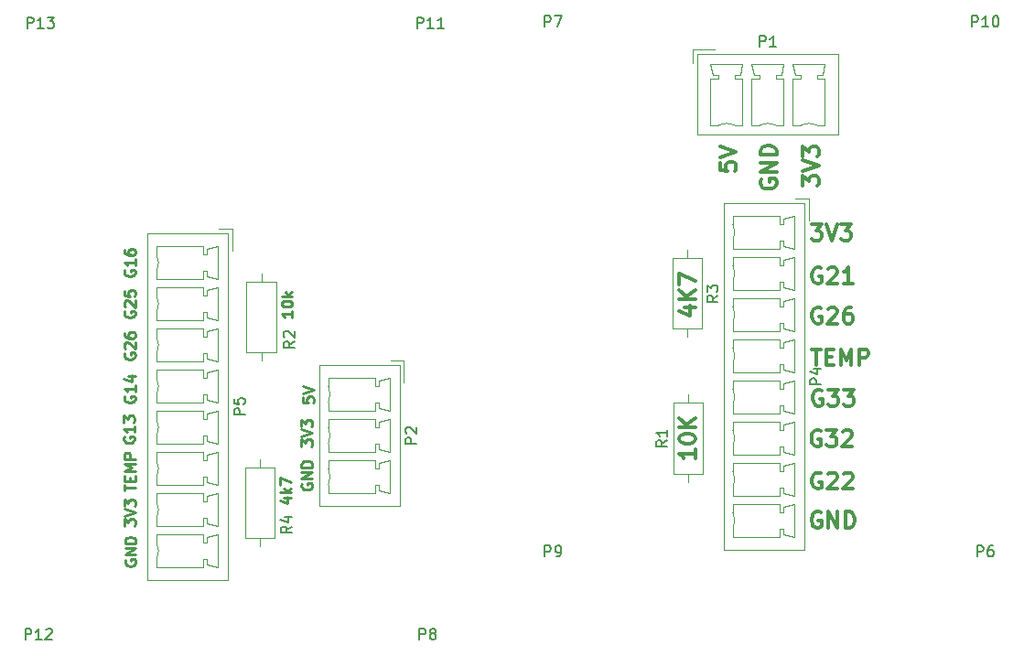
<source format=gto>
G04 #@! TF.GenerationSoftware,KiCad,Pcbnew,5.0.2+dfsg1-1*
G04 #@! TF.CreationDate,2019-04-19T11:15:25+12:00*
G04 #@! TF.ProjectId,esp_sens,6573705f-7365-46e7-932e-6b696361645f,rev?*
G04 #@! TF.SameCoordinates,Original*
G04 #@! TF.FileFunction,Legend,Top*
G04 #@! TF.FilePolarity,Positive*
%FSLAX46Y46*%
G04 Gerber Fmt 4.6, Leading zero omitted, Abs format (unit mm)*
G04 Created by KiCad (PCBNEW 5.0.2+dfsg1-1) date Fri 19 Apr 2019 11:15:25 NZST*
%MOMM*%
%LPD*%
G01*
G04 APERTURE LIST*
%ADD10C,0.300000*%
%ADD11C,0.250000*%
%ADD12C,0.120000*%
%ADD13C,0.150000*%
G04 APERTURE END LIST*
D10*
X171065071Y-72743071D02*
X172065071Y-72743071D01*
X170493642Y-73100214D02*
X171565071Y-73457357D01*
X171565071Y-72528785D01*
X172065071Y-71957357D02*
X170565071Y-71957357D01*
X172065071Y-71100214D02*
X171207928Y-71743071D01*
X170565071Y-71100214D02*
X171422214Y-71957357D01*
X170565071Y-70600214D02*
X170565071Y-69600214D01*
X172065071Y-70243071D01*
X172065071Y-85871714D02*
X172065071Y-86728857D01*
X172065071Y-86300285D02*
X170565071Y-86300285D01*
X170779357Y-86443142D01*
X170922214Y-86586000D01*
X170993642Y-86728857D01*
X170565071Y-84943142D02*
X170565071Y-84800285D01*
X170636500Y-84657428D01*
X170707928Y-84586000D01*
X170850785Y-84514571D01*
X171136500Y-84443142D01*
X171493642Y-84443142D01*
X171779357Y-84514571D01*
X171922214Y-84586000D01*
X171993642Y-84657428D01*
X172065071Y-84800285D01*
X172065071Y-84943142D01*
X171993642Y-85086000D01*
X171922214Y-85157428D01*
X171779357Y-85228857D01*
X171493642Y-85300285D01*
X171136500Y-85300285D01*
X170850785Y-85228857D01*
X170707928Y-85157428D01*
X170636500Y-85086000D01*
X170565071Y-84943142D01*
X172065071Y-83800285D02*
X170565071Y-83800285D01*
X172065071Y-82943142D02*
X171207928Y-83586000D01*
X170565071Y-82943142D02*
X171422214Y-83800285D01*
X174311571Y-59340714D02*
X174311571Y-60055000D01*
X175025857Y-60126428D01*
X174954428Y-60055000D01*
X174883000Y-59912142D01*
X174883000Y-59555000D01*
X174954428Y-59412142D01*
X175025857Y-59340714D01*
X175168714Y-59269285D01*
X175525857Y-59269285D01*
X175668714Y-59340714D01*
X175740142Y-59412142D01*
X175811571Y-59555000D01*
X175811571Y-59912142D01*
X175740142Y-60055000D01*
X175668714Y-60126428D01*
X174311571Y-58840714D02*
X175811571Y-58340714D01*
X174311571Y-57840714D01*
X178129500Y-60896357D02*
X178058071Y-61039214D01*
X178058071Y-61253500D01*
X178129500Y-61467785D01*
X178272357Y-61610642D01*
X178415214Y-61682071D01*
X178700928Y-61753500D01*
X178915214Y-61753500D01*
X179200928Y-61682071D01*
X179343785Y-61610642D01*
X179486642Y-61467785D01*
X179558071Y-61253500D01*
X179558071Y-61110642D01*
X179486642Y-60896357D01*
X179415214Y-60824928D01*
X178915214Y-60824928D01*
X178915214Y-61110642D01*
X179558071Y-60182071D02*
X178058071Y-60182071D01*
X179558071Y-59324928D01*
X178058071Y-59324928D01*
X179558071Y-58610642D02*
X178058071Y-58610642D01*
X178058071Y-58253500D01*
X178129500Y-58039214D01*
X178272357Y-57896357D01*
X178415214Y-57824928D01*
X178700928Y-57753500D01*
X178915214Y-57753500D01*
X179200928Y-57824928D01*
X179343785Y-57896357D01*
X179486642Y-58039214D01*
X179558071Y-58253500D01*
X179558071Y-58610642D01*
X183642142Y-91706000D02*
X183499285Y-91634571D01*
X183285000Y-91634571D01*
X183070714Y-91706000D01*
X182927857Y-91848857D01*
X182856428Y-91991714D01*
X182785000Y-92277428D01*
X182785000Y-92491714D01*
X182856428Y-92777428D01*
X182927857Y-92920285D01*
X183070714Y-93063142D01*
X183285000Y-93134571D01*
X183427857Y-93134571D01*
X183642142Y-93063142D01*
X183713571Y-92991714D01*
X183713571Y-92491714D01*
X183427857Y-92491714D01*
X184356428Y-93134571D02*
X184356428Y-91634571D01*
X185213571Y-93134571D01*
X185213571Y-91634571D01*
X185927857Y-93134571D02*
X185927857Y-91634571D01*
X186285000Y-91634571D01*
X186499285Y-91706000D01*
X186642142Y-91848857D01*
X186713571Y-91991714D01*
X186785000Y-92277428D01*
X186785000Y-92491714D01*
X186713571Y-92777428D01*
X186642142Y-92920285D01*
X186499285Y-93063142D01*
X186285000Y-93134571D01*
X185927857Y-93134571D01*
X183685785Y-88086500D02*
X183542928Y-88015071D01*
X183328642Y-88015071D01*
X183114357Y-88086500D01*
X182971500Y-88229357D01*
X182900071Y-88372214D01*
X182828642Y-88657928D01*
X182828642Y-88872214D01*
X182900071Y-89157928D01*
X182971500Y-89300785D01*
X183114357Y-89443642D01*
X183328642Y-89515071D01*
X183471500Y-89515071D01*
X183685785Y-89443642D01*
X183757214Y-89372214D01*
X183757214Y-88872214D01*
X183471500Y-88872214D01*
X184328642Y-88157928D02*
X184400071Y-88086500D01*
X184542928Y-88015071D01*
X184900071Y-88015071D01*
X185042928Y-88086500D01*
X185114357Y-88157928D01*
X185185785Y-88300785D01*
X185185785Y-88443642D01*
X185114357Y-88657928D01*
X184257214Y-89515071D01*
X185185785Y-89515071D01*
X185757214Y-88157928D02*
X185828642Y-88086500D01*
X185971500Y-88015071D01*
X186328642Y-88015071D01*
X186471500Y-88086500D01*
X186542928Y-88157928D01*
X186614357Y-88300785D01*
X186614357Y-88443642D01*
X186542928Y-88657928D01*
X185685785Y-89515071D01*
X186614357Y-89515071D01*
X183622285Y-84149500D02*
X183479428Y-84078071D01*
X183265142Y-84078071D01*
X183050857Y-84149500D01*
X182908000Y-84292357D01*
X182836571Y-84435214D01*
X182765142Y-84720928D01*
X182765142Y-84935214D01*
X182836571Y-85220928D01*
X182908000Y-85363785D01*
X183050857Y-85506642D01*
X183265142Y-85578071D01*
X183408000Y-85578071D01*
X183622285Y-85506642D01*
X183693714Y-85435214D01*
X183693714Y-84935214D01*
X183408000Y-84935214D01*
X184193714Y-84078071D02*
X185122285Y-84078071D01*
X184622285Y-84649500D01*
X184836571Y-84649500D01*
X184979428Y-84720928D01*
X185050857Y-84792357D01*
X185122285Y-84935214D01*
X185122285Y-85292357D01*
X185050857Y-85435214D01*
X184979428Y-85506642D01*
X184836571Y-85578071D01*
X184408000Y-85578071D01*
X184265142Y-85506642D01*
X184193714Y-85435214D01*
X185693714Y-84220928D02*
X185765142Y-84149500D01*
X185908000Y-84078071D01*
X186265142Y-84078071D01*
X186408000Y-84149500D01*
X186479428Y-84220928D01*
X186550857Y-84363785D01*
X186550857Y-84506642D01*
X186479428Y-84720928D01*
X185622285Y-85578071D01*
X186550857Y-85578071D01*
X183749285Y-80403000D02*
X183606428Y-80331571D01*
X183392142Y-80331571D01*
X183177857Y-80403000D01*
X183035000Y-80545857D01*
X182963571Y-80688714D01*
X182892142Y-80974428D01*
X182892142Y-81188714D01*
X182963571Y-81474428D01*
X183035000Y-81617285D01*
X183177857Y-81760142D01*
X183392142Y-81831571D01*
X183535000Y-81831571D01*
X183749285Y-81760142D01*
X183820714Y-81688714D01*
X183820714Y-81188714D01*
X183535000Y-81188714D01*
X184320714Y-80331571D02*
X185249285Y-80331571D01*
X184749285Y-80903000D01*
X184963571Y-80903000D01*
X185106428Y-80974428D01*
X185177857Y-81045857D01*
X185249285Y-81188714D01*
X185249285Y-81545857D01*
X185177857Y-81688714D01*
X185106428Y-81760142D01*
X184963571Y-81831571D01*
X184535000Y-81831571D01*
X184392142Y-81760142D01*
X184320714Y-81688714D01*
X185749285Y-80331571D02*
X186677857Y-80331571D01*
X186177857Y-80903000D01*
X186392142Y-80903000D01*
X186535000Y-80974428D01*
X186606428Y-81045857D01*
X186677857Y-81188714D01*
X186677857Y-81545857D01*
X186606428Y-81688714D01*
X186535000Y-81760142D01*
X186392142Y-81831571D01*
X185963571Y-81831571D01*
X185820714Y-81760142D01*
X185749285Y-81688714D01*
X182769214Y-76585071D02*
X183626357Y-76585071D01*
X183197785Y-78085071D02*
X183197785Y-76585071D01*
X184126357Y-77299357D02*
X184626357Y-77299357D01*
X184840642Y-78085071D02*
X184126357Y-78085071D01*
X184126357Y-76585071D01*
X184840642Y-76585071D01*
X185483500Y-78085071D02*
X185483500Y-76585071D01*
X185983500Y-77656500D01*
X186483500Y-76585071D01*
X186483500Y-78085071D01*
X187197785Y-78085071D02*
X187197785Y-76585071D01*
X187769214Y-76585071D01*
X187912071Y-76656500D01*
X187983500Y-76727928D01*
X188054928Y-76870785D01*
X188054928Y-77085071D01*
X187983500Y-77227928D01*
X187912071Y-77299357D01*
X187769214Y-77370785D01*
X187197785Y-77370785D01*
X183685785Y-72783000D02*
X183542928Y-72711571D01*
X183328642Y-72711571D01*
X183114357Y-72783000D01*
X182971500Y-72925857D01*
X182900071Y-73068714D01*
X182828642Y-73354428D01*
X182828642Y-73568714D01*
X182900071Y-73854428D01*
X182971500Y-73997285D01*
X183114357Y-74140142D01*
X183328642Y-74211571D01*
X183471500Y-74211571D01*
X183685785Y-74140142D01*
X183757214Y-74068714D01*
X183757214Y-73568714D01*
X183471500Y-73568714D01*
X184328642Y-72854428D02*
X184400071Y-72783000D01*
X184542928Y-72711571D01*
X184900071Y-72711571D01*
X185042928Y-72783000D01*
X185114357Y-72854428D01*
X185185785Y-72997285D01*
X185185785Y-73140142D01*
X185114357Y-73354428D01*
X184257214Y-74211571D01*
X185185785Y-74211571D01*
X186471500Y-72711571D02*
X186185785Y-72711571D01*
X186042928Y-72783000D01*
X185971500Y-72854428D01*
X185828642Y-73068714D01*
X185757214Y-73354428D01*
X185757214Y-73925857D01*
X185828642Y-74068714D01*
X185900071Y-74140142D01*
X186042928Y-74211571D01*
X186328642Y-74211571D01*
X186471500Y-74140142D01*
X186542928Y-74068714D01*
X186614357Y-73925857D01*
X186614357Y-73568714D01*
X186542928Y-73425857D01*
X186471500Y-73354428D01*
X186328642Y-73283000D01*
X186042928Y-73283000D01*
X185900071Y-73354428D01*
X185828642Y-73425857D01*
X185757214Y-73568714D01*
X183685785Y-69100000D02*
X183542928Y-69028571D01*
X183328642Y-69028571D01*
X183114357Y-69100000D01*
X182971500Y-69242857D01*
X182900071Y-69385714D01*
X182828642Y-69671428D01*
X182828642Y-69885714D01*
X182900071Y-70171428D01*
X182971500Y-70314285D01*
X183114357Y-70457142D01*
X183328642Y-70528571D01*
X183471500Y-70528571D01*
X183685785Y-70457142D01*
X183757214Y-70385714D01*
X183757214Y-69885714D01*
X183471500Y-69885714D01*
X184328642Y-69171428D02*
X184400071Y-69100000D01*
X184542928Y-69028571D01*
X184900071Y-69028571D01*
X185042928Y-69100000D01*
X185114357Y-69171428D01*
X185185785Y-69314285D01*
X185185785Y-69457142D01*
X185114357Y-69671428D01*
X184257214Y-70528571D01*
X185185785Y-70528571D01*
X186614357Y-70528571D02*
X185757214Y-70528571D01*
X186185785Y-70528571D02*
X186185785Y-69028571D01*
X186042928Y-69242857D01*
X185900071Y-69385714D01*
X185757214Y-69457142D01*
X181995071Y-61483642D02*
X181995071Y-60555071D01*
X182566500Y-61055071D01*
X182566500Y-60840785D01*
X182637928Y-60697928D01*
X182709357Y-60626500D01*
X182852214Y-60555071D01*
X183209357Y-60555071D01*
X183352214Y-60626500D01*
X183423642Y-60697928D01*
X183495071Y-60840785D01*
X183495071Y-61269357D01*
X183423642Y-61412214D01*
X183352214Y-61483642D01*
X181995071Y-60126500D02*
X183495071Y-59626500D01*
X181995071Y-59126500D01*
X181995071Y-58769357D02*
X181995071Y-57840785D01*
X182566500Y-58340785D01*
X182566500Y-58126500D01*
X182637928Y-57983642D01*
X182709357Y-57912214D01*
X182852214Y-57840785D01*
X183209357Y-57840785D01*
X183352214Y-57912214D01*
X183423642Y-57983642D01*
X183495071Y-58126500D01*
X183495071Y-58555071D01*
X183423642Y-58697928D01*
X183352214Y-58769357D01*
X182800857Y-65028071D02*
X183729428Y-65028071D01*
X183229428Y-65599500D01*
X183443714Y-65599500D01*
X183586571Y-65670928D01*
X183658000Y-65742357D01*
X183729428Y-65885214D01*
X183729428Y-66242357D01*
X183658000Y-66385214D01*
X183586571Y-66456642D01*
X183443714Y-66528071D01*
X183015142Y-66528071D01*
X182872285Y-66456642D01*
X182800857Y-66385214D01*
X184158000Y-65028071D02*
X184658000Y-66528071D01*
X185158000Y-65028071D01*
X185515142Y-65028071D02*
X186443714Y-65028071D01*
X185943714Y-65599500D01*
X186158000Y-65599500D01*
X186300857Y-65670928D01*
X186372285Y-65742357D01*
X186443714Y-65885214D01*
X186443714Y-66242357D01*
X186372285Y-66385214D01*
X186300857Y-66456642D01*
X186158000Y-66528071D01*
X185729428Y-66528071D01*
X185586571Y-66456642D01*
X185515142Y-66385214D01*
D11*
X134754880Y-73048738D02*
X134754880Y-73620166D01*
X134754880Y-73334452D02*
X133754880Y-73334452D01*
X133897738Y-73429690D01*
X133992976Y-73524928D01*
X134040595Y-73620166D01*
X133754880Y-72429690D02*
X133754880Y-72334452D01*
X133802500Y-72239214D01*
X133850119Y-72191595D01*
X133945357Y-72143976D01*
X134135833Y-72096357D01*
X134373928Y-72096357D01*
X134564404Y-72143976D01*
X134659642Y-72191595D01*
X134707261Y-72239214D01*
X134754880Y-72334452D01*
X134754880Y-72429690D01*
X134707261Y-72524928D01*
X134659642Y-72572547D01*
X134564404Y-72620166D01*
X134373928Y-72667785D01*
X134135833Y-72667785D01*
X133945357Y-72620166D01*
X133850119Y-72572547D01*
X133802500Y-72524928D01*
X133754880Y-72429690D01*
X134754880Y-71667785D02*
X133754880Y-71667785D01*
X134373928Y-71572547D02*
X134754880Y-71286833D01*
X134088214Y-71286833D02*
X134469166Y-71667785D01*
X133961214Y-90352476D02*
X134627880Y-90352476D01*
X133580261Y-90590571D02*
X134294547Y-90828666D01*
X134294547Y-90209619D01*
X134627880Y-89828666D02*
X133627880Y-89828666D01*
X134246928Y-89733428D02*
X134627880Y-89447714D01*
X133961214Y-89447714D02*
X134342166Y-89828666D01*
X133627880Y-89114380D02*
X133627880Y-88447714D01*
X134627880Y-88876285D01*
X135723380Y-81025976D02*
X135723380Y-81502166D01*
X136199571Y-81549785D01*
X136151952Y-81502166D01*
X136104333Y-81406928D01*
X136104333Y-81168833D01*
X136151952Y-81073595D01*
X136199571Y-81025976D01*
X136294809Y-80978357D01*
X136532904Y-80978357D01*
X136628142Y-81025976D01*
X136675761Y-81073595D01*
X136723380Y-81168833D01*
X136723380Y-81406928D01*
X136675761Y-81502166D01*
X136628142Y-81549785D01*
X135723380Y-80692642D02*
X136723380Y-80359309D01*
X135723380Y-80025976D01*
X135596380Y-85566095D02*
X135596380Y-84947047D01*
X135977333Y-85280380D01*
X135977333Y-85137523D01*
X136024952Y-85042285D01*
X136072571Y-84994666D01*
X136167809Y-84947047D01*
X136405904Y-84947047D01*
X136501142Y-84994666D01*
X136548761Y-85042285D01*
X136596380Y-85137523D01*
X136596380Y-85423238D01*
X136548761Y-85518476D01*
X136501142Y-85566095D01*
X135596380Y-84661333D02*
X136596380Y-84328000D01*
X135596380Y-83994666D01*
X135596380Y-83756571D02*
X135596380Y-83137523D01*
X135977333Y-83470857D01*
X135977333Y-83328000D01*
X136024952Y-83232761D01*
X136072571Y-83185142D01*
X136167809Y-83137523D01*
X136405904Y-83137523D01*
X136501142Y-83185142D01*
X136548761Y-83232761D01*
X136596380Y-83328000D01*
X136596380Y-83613714D01*
X136548761Y-83708952D01*
X136501142Y-83756571D01*
X135644000Y-89026904D02*
X135596380Y-89122142D01*
X135596380Y-89265000D01*
X135644000Y-89407857D01*
X135739238Y-89503095D01*
X135834476Y-89550714D01*
X136024952Y-89598333D01*
X136167809Y-89598333D01*
X136358285Y-89550714D01*
X136453523Y-89503095D01*
X136548761Y-89407857D01*
X136596380Y-89265000D01*
X136596380Y-89169761D01*
X136548761Y-89026904D01*
X136501142Y-88979285D01*
X136167809Y-88979285D01*
X136167809Y-89169761D01*
X136596380Y-88550714D02*
X135596380Y-88550714D01*
X136596380Y-87979285D01*
X135596380Y-87979285D01*
X136596380Y-87503095D02*
X135596380Y-87503095D01*
X135596380Y-87265000D01*
X135644000Y-87122142D01*
X135739238Y-87026904D01*
X135834476Y-86979285D01*
X136024952Y-86931666D01*
X136167809Y-86931666D01*
X136358285Y-86979285D01*
X136453523Y-87026904D01*
X136548761Y-87122142D01*
X136596380Y-87265000D01*
X136596380Y-87503095D01*
X119213380Y-92932095D02*
X119213380Y-92313047D01*
X119594333Y-92646380D01*
X119594333Y-92503523D01*
X119641952Y-92408285D01*
X119689571Y-92360666D01*
X119784809Y-92313047D01*
X120022904Y-92313047D01*
X120118142Y-92360666D01*
X120165761Y-92408285D01*
X120213380Y-92503523D01*
X120213380Y-92789238D01*
X120165761Y-92884476D01*
X120118142Y-92932095D01*
X119213380Y-92027333D02*
X120213380Y-91694000D01*
X119213380Y-91360666D01*
X119213380Y-91122571D02*
X119213380Y-90503523D01*
X119594333Y-90836857D01*
X119594333Y-90694000D01*
X119641952Y-90598761D01*
X119689571Y-90551142D01*
X119784809Y-90503523D01*
X120022904Y-90503523D01*
X120118142Y-90551142D01*
X120165761Y-90598761D01*
X120213380Y-90694000D01*
X120213380Y-90979714D01*
X120165761Y-91074952D01*
X120118142Y-91122571D01*
X119324500Y-96075404D02*
X119276880Y-96170642D01*
X119276880Y-96313500D01*
X119324500Y-96456357D01*
X119419738Y-96551595D01*
X119514976Y-96599214D01*
X119705452Y-96646833D01*
X119848309Y-96646833D01*
X120038785Y-96599214D01*
X120134023Y-96551595D01*
X120229261Y-96456357D01*
X120276880Y-96313500D01*
X120276880Y-96218261D01*
X120229261Y-96075404D01*
X120181642Y-96027785D01*
X119848309Y-96027785D01*
X119848309Y-96218261D01*
X120276880Y-95599214D02*
X119276880Y-95599214D01*
X120276880Y-95027785D01*
X119276880Y-95027785D01*
X120276880Y-94551595D02*
X119276880Y-94551595D01*
X119276880Y-94313500D01*
X119324500Y-94170642D01*
X119419738Y-94075404D01*
X119514976Y-94027785D01*
X119705452Y-93980166D01*
X119848309Y-93980166D01*
X120038785Y-94027785D01*
X120134023Y-94075404D01*
X120229261Y-94170642D01*
X120276880Y-94313500D01*
X120276880Y-94551595D01*
X119213380Y-89693523D02*
X119213380Y-89122095D01*
X120213380Y-89407809D02*
X119213380Y-89407809D01*
X119689571Y-88788761D02*
X119689571Y-88455428D01*
X120213380Y-88312571D02*
X120213380Y-88788761D01*
X119213380Y-88788761D01*
X119213380Y-88312571D01*
X120213380Y-87884000D02*
X119213380Y-87884000D01*
X119927666Y-87550666D01*
X119213380Y-87217333D01*
X120213380Y-87217333D01*
X120213380Y-86741142D02*
X119213380Y-86741142D01*
X119213380Y-86360190D01*
X119261000Y-86264952D01*
X119308619Y-86217333D01*
X119403857Y-86169714D01*
X119546714Y-86169714D01*
X119641952Y-86217333D01*
X119689571Y-86264952D01*
X119737190Y-86360190D01*
X119737190Y-86741142D01*
X119261000Y-76953976D02*
X119213380Y-77049214D01*
X119213380Y-77192071D01*
X119261000Y-77334928D01*
X119356238Y-77430166D01*
X119451476Y-77477785D01*
X119641952Y-77525404D01*
X119784809Y-77525404D01*
X119975285Y-77477785D01*
X120070523Y-77430166D01*
X120165761Y-77334928D01*
X120213380Y-77192071D01*
X120213380Y-77096833D01*
X120165761Y-76953976D01*
X120118142Y-76906357D01*
X119784809Y-76906357D01*
X119784809Y-77096833D01*
X119308619Y-76525404D02*
X119261000Y-76477785D01*
X119213380Y-76382547D01*
X119213380Y-76144452D01*
X119261000Y-76049214D01*
X119308619Y-76001595D01*
X119403857Y-75953976D01*
X119499095Y-75953976D01*
X119641952Y-76001595D01*
X120213380Y-76573023D01*
X120213380Y-75953976D01*
X119213380Y-75096833D02*
X119213380Y-75287309D01*
X119261000Y-75382547D01*
X119308619Y-75430166D01*
X119451476Y-75525404D01*
X119641952Y-75573023D01*
X120022904Y-75573023D01*
X120118142Y-75525404D01*
X120165761Y-75477785D01*
X120213380Y-75382547D01*
X120213380Y-75192071D01*
X120165761Y-75096833D01*
X120118142Y-75049214D01*
X120022904Y-75001595D01*
X119784809Y-75001595D01*
X119689571Y-75049214D01*
X119641952Y-75096833D01*
X119594333Y-75192071D01*
X119594333Y-75382547D01*
X119641952Y-75477785D01*
X119689571Y-75525404D01*
X119784809Y-75573023D01*
X119261000Y-73080476D02*
X119213380Y-73175714D01*
X119213380Y-73318571D01*
X119261000Y-73461428D01*
X119356238Y-73556666D01*
X119451476Y-73604285D01*
X119641952Y-73651904D01*
X119784809Y-73651904D01*
X119975285Y-73604285D01*
X120070523Y-73556666D01*
X120165761Y-73461428D01*
X120213380Y-73318571D01*
X120213380Y-73223333D01*
X120165761Y-73080476D01*
X120118142Y-73032857D01*
X119784809Y-73032857D01*
X119784809Y-73223333D01*
X119308619Y-72651904D02*
X119261000Y-72604285D01*
X119213380Y-72509047D01*
X119213380Y-72270952D01*
X119261000Y-72175714D01*
X119308619Y-72128095D01*
X119403857Y-72080476D01*
X119499095Y-72080476D01*
X119641952Y-72128095D01*
X120213380Y-72699523D01*
X120213380Y-72080476D01*
X119213380Y-71175714D02*
X119213380Y-71651904D01*
X119689571Y-71699523D01*
X119641952Y-71651904D01*
X119594333Y-71556666D01*
X119594333Y-71318571D01*
X119641952Y-71223333D01*
X119689571Y-71175714D01*
X119784809Y-71128095D01*
X120022904Y-71128095D01*
X120118142Y-71175714D01*
X120165761Y-71223333D01*
X120213380Y-71318571D01*
X120213380Y-71556666D01*
X120165761Y-71651904D01*
X120118142Y-71699523D01*
X119197500Y-84700976D02*
X119149880Y-84796214D01*
X119149880Y-84939071D01*
X119197500Y-85081928D01*
X119292738Y-85177166D01*
X119387976Y-85224785D01*
X119578452Y-85272404D01*
X119721309Y-85272404D01*
X119911785Y-85224785D01*
X120007023Y-85177166D01*
X120102261Y-85081928D01*
X120149880Y-84939071D01*
X120149880Y-84843833D01*
X120102261Y-84700976D01*
X120054642Y-84653357D01*
X119721309Y-84653357D01*
X119721309Y-84843833D01*
X120149880Y-83700976D02*
X120149880Y-84272404D01*
X120149880Y-83986690D02*
X119149880Y-83986690D01*
X119292738Y-84081928D01*
X119387976Y-84177166D01*
X119435595Y-84272404D01*
X119149880Y-83367642D02*
X119149880Y-82748595D01*
X119530833Y-83081928D01*
X119530833Y-82939071D01*
X119578452Y-82843833D01*
X119626071Y-82796214D01*
X119721309Y-82748595D01*
X119959404Y-82748595D01*
X120054642Y-82796214D01*
X120102261Y-82843833D01*
X120149880Y-82939071D01*
X120149880Y-83224785D01*
X120102261Y-83320023D01*
X120054642Y-83367642D01*
X119261000Y-80954476D02*
X119213380Y-81049714D01*
X119213380Y-81192571D01*
X119261000Y-81335428D01*
X119356238Y-81430666D01*
X119451476Y-81478285D01*
X119641952Y-81525904D01*
X119784809Y-81525904D01*
X119975285Y-81478285D01*
X120070523Y-81430666D01*
X120165761Y-81335428D01*
X120213380Y-81192571D01*
X120213380Y-81097333D01*
X120165761Y-80954476D01*
X120118142Y-80906857D01*
X119784809Y-80906857D01*
X119784809Y-81097333D01*
X120213380Y-79954476D02*
X120213380Y-80525904D01*
X120213380Y-80240190D02*
X119213380Y-80240190D01*
X119356238Y-80335428D01*
X119451476Y-80430666D01*
X119499095Y-80525904D01*
X119546714Y-79097333D02*
X120213380Y-79097333D01*
X119165761Y-79335428D02*
X119880047Y-79573523D01*
X119880047Y-78954476D01*
X119261000Y-69270476D02*
X119213380Y-69365714D01*
X119213380Y-69508571D01*
X119261000Y-69651428D01*
X119356238Y-69746666D01*
X119451476Y-69794285D01*
X119641952Y-69841904D01*
X119784809Y-69841904D01*
X119975285Y-69794285D01*
X120070523Y-69746666D01*
X120165761Y-69651428D01*
X120213380Y-69508571D01*
X120213380Y-69413333D01*
X120165761Y-69270476D01*
X120118142Y-69222857D01*
X119784809Y-69222857D01*
X119784809Y-69413333D01*
X120213380Y-68270476D02*
X120213380Y-68841904D01*
X120213380Y-68556190D02*
X119213380Y-68556190D01*
X119356238Y-68651428D01*
X119451476Y-68746666D01*
X119499095Y-68841904D01*
X119213380Y-67413333D02*
X119213380Y-67603809D01*
X119261000Y-67699047D01*
X119308619Y-67746666D01*
X119451476Y-67841904D01*
X119641952Y-67889523D01*
X120022904Y-67889523D01*
X120118142Y-67841904D01*
X120165761Y-67794285D01*
X120213380Y-67699047D01*
X120213380Y-67508571D01*
X120165761Y-67413333D01*
X120118142Y-67365714D01*
X120022904Y-67318095D01*
X119784809Y-67318095D01*
X119689571Y-67365714D01*
X119641952Y-67413333D01*
X119594333Y-67508571D01*
X119594333Y-67699047D01*
X119641952Y-67794285D01*
X119689571Y-67841904D01*
X119784809Y-67889523D01*
D12*
G04 #@! TO.C,P4*
X182518000Y-62686000D02*
X182518000Y-64686000D01*
X181268000Y-62686000D02*
X182518000Y-62686000D01*
X175518000Y-93956000D02*
X175518000Y-93206000D01*
X179818000Y-93956000D02*
X175518000Y-93956000D01*
X179818000Y-93206000D02*
X179818000Y-93956000D01*
X180168000Y-93206000D02*
X179818000Y-93206000D01*
X180168000Y-93706000D02*
X180168000Y-93206000D01*
X181168000Y-93956000D02*
X180168000Y-93706000D01*
X181168000Y-90956000D02*
X181168000Y-93956000D01*
X180168000Y-91206000D02*
X181168000Y-90956000D01*
X180168000Y-91706000D02*
X180168000Y-91206000D01*
X179818000Y-91706000D02*
X180168000Y-91706000D01*
X179818000Y-90956000D02*
X179818000Y-91706000D01*
X175518000Y-90956000D02*
X179818000Y-90956000D01*
X175518000Y-91706000D02*
X175518000Y-90956000D01*
X175518000Y-90146000D02*
X175518000Y-89396000D01*
X179818000Y-90146000D02*
X175518000Y-90146000D01*
X179818000Y-89396000D02*
X179818000Y-90146000D01*
X180168000Y-89396000D02*
X179818000Y-89396000D01*
X180168000Y-89896000D02*
X180168000Y-89396000D01*
X181168000Y-90146000D02*
X180168000Y-89896000D01*
X181168000Y-87146000D02*
X181168000Y-90146000D01*
X180168000Y-87396000D02*
X181168000Y-87146000D01*
X180168000Y-87896000D02*
X180168000Y-87396000D01*
X179818000Y-87896000D02*
X180168000Y-87896000D01*
X179818000Y-87146000D02*
X179818000Y-87896000D01*
X175518000Y-87146000D02*
X179818000Y-87146000D01*
X175518000Y-87896000D02*
X175518000Y-87146000D01*
X175518000Y-86336000D02*
X175518000Y-85586000D01*
X179818000Y-86336000D02*
X175518000Y-86336000D01*
X179818000Y-85586000D02*
X179818000Y-86336000D01*
X180168000Y-85586000D02*
X179818000Y-85586000D01*
X180168000Y-86086000D02*
X180168000Y-85586000D01*
X181168000Y-86336000D02*
X180168000Y-86086000D01*
X181168000Y-83336000D02*
X181168000Y-86336000D01*
X180168000Y-83586000D02*
X181168000Y-83336000D01*
X180168000Y-84086000D02*
X180168000Y-83586000D01*
X179818000Y-84086000D02*
X180168000Y-84086000D01*
X179818000Y-83336000D02*
X179818000Y-84086000D01*
X175518000Y-83336000D02*
X179818000Y-83336000D01*
X175518000Y-84086000D02*
X175518000Y-83336000D01*
X175518000Y-82526000D02*
X175518000Y-81776000D01*
X179818000Y-82526000D02*
X175518000Y-82526000D01*
X179818000Y-81776000D02*
X179818000Y-82526000D01*
X180168000Y-81776000D02*
X179818000Y-81776000D01*
X180168000Y-82276000D02*
X180168000Y-81776000D01*
X181168000Y-82526000D02*
X180168000Y-82276000D01*
X181168000Y-79526000D02*
X181168000Y-82526000D01*
X180168000Y-79776000D02*
X181168000Y-79526000D01*
X180168000Y-80276000D02*
X180168000Y-79776000D01*
X179818000Y-80276000D02*
X180168000Y-80276000D01*
X179818000Y-79526000D02*
X179818000Y-80276000D01*
X175518000Y-79526000D02*
X179818000Y-79526000D01*
X175518000Y-80276000D02*
X175518000Y-79526000D01*
X175518000Y-78716000D02*
X175518000Y-77966000D01*
X179818000Y-78716000D02*
X175518000Y-78716000D01*
X179818000Y-77966000D02*
X179818000Y-78716000D01*
X180168000Y-77966000D02*
X179818000Y-77966000D01*
X180168000Y-78466000D02*
X180168000Y-77966000D01*
X181168000Y-78716000D02*
X180168000Y-78466000D01*
X181168000Y-75716000D02*
X181168000Y-78716000D01*
X180168000Y-75966000D02*
X181168000Y-75716000D01*
X180168000Y-76466000D02*
X180168000Y-75966000D01*
X179818000Y-76466000D02*
X180168000Y-76466000D01*
X179818000Y-75716000D02*
X179818000Y-76466000D01*
X175518000Y-75716000D02*
X179818000Y-75716000D01*
X175518000Y-76466000D02*
X175518000Y-75716000D01*
X175518000Y-74906000D02*
X175518000Y-74156000D01*
X179818000Y-74906000D02*
X175518000Y-74906000D01*
X179818000Y-74156000D02*
X179818000Y-74906000D01*
X180168000Y-74156000D02*
X179818000Y-74156000D01*
X180168000Y-74656000D02*
X180168000Y-74156000D01*
X181168000Y-74906000D02*
X180168000Y-74656000D01*
X181168000Y-71906000D02*
X181168000Y-74906000D01*
X180168000Y-72156000D02*
X181168000Y-71906000D01*
X180168000Y-72656000D02*
X180168000Y-72156000D01*
X179818000Y-72656000D02*
X180168000Y-72656000D01*
X179818000Y-71906000D02*
X179818000Y-72656000D01*
X175518000Y-71906000D02*
X179818000Y-71906000D01*
X175518000Y-72656000D02*
X175518000Y-71906000D01*
X175518000Y-71096000D02*
X175518000Y-70346000D01*
X179818000Y-71096000D02*
X175518000Y-71096000D01*
X179818000Y-70346000D02*
X179818000Y-71096000D01*
X180168000Y-70346000D02*
X179818000Y-70346000D01*
X180168000Y-70846000D02*
X180168000Y-70346000D01*
X181168000Y-71096000D02*
X180168000Y-70846000D01*
X181168000Y-68096000D02*
X181168000Y-71096000D01*
X180168000Y-68346000D02*
X181168000Y-68096000D01*
X180168000Y-68846000D02*
X180168000Y-68346000D01*
X179818000Y-68846000D02*
X180168000Y-68846000D01*
X179818000Y-68096000D02*
X179818000Y-68846000D01*
X175518000Y-68096000D02*
X179818000Y-68096000D01*
X175518000Y-68846000D02*
X175518000Y-68096000D01*
X175518000Y-67286000D02*
X175518000Y-66536000D01*
X179818000Y-67286000D02*
X175518000Y-67286000D01*
X179818000Y-66536000D02*
X179818000Y-67286000D01*
X180168000Y-66536000D02*
X179818000Y-66536000D01*
X180168000Y-67036000D02*
X180168000Y-66536000D01*
X181168000Y-67286000D02*
X180168000Y-67036000D01*
X181168000Y-64286000D02*
X181168000Y-67286000D01*
X180168000Y-64536000D02*
X181168000Y-64286000D01*
X180168000Y-65036000D02*
X180168000Y-64536000D01*
X179818000Y-65036000D02*
X180168000Y-65036000D01*
X179818000Y-64286000D02*
X179818000Y-65036000D01*
X175518000Y-64286000D02*
X179818000Y-64286000D01*
X175518000Y-65036000D02*
X175518000Y-64286000D01*
X182128000Y-95166000D02*
X182128000Y-63076000D01*
X174658000Y-95166000D02*
X182128000Y-95166000D01*
X174658000Y-63076000D02*
X174658000Y-95166000D01*
X182128000Y-63076000D02*
X174658000Y-63076000D01*
X175518155Y-93205647D02*
G75*
G03X175518000Y-91706000I-1700155J749647D01*
G01*
X175518155Y-89395647D02*
G75*
G03X175518000Y-87896000I-1700155J749647D01*
G01*
X175518155Y-85585647D02*
G75*
G03X175518000Y-84086000I-1700155J749647D01*
G01*
X175518155Y-81775647D02*
G75*
G03X175518000Y-80276000I-1700155J749647D01*
G01*
X175518155Y-77965647D02*
G75*
G03X175518000Y-76466000I-1700155J749647D01*
G01*
X175518155Y-74155647D02*
G75*
G03X175518000Y-72656000I-1700155J749647D01*
G01*
X175518155Y-70345647D02*
G75*
G03X175518000Y-68846000I-1700155J749647D01*
G01*
X175518155Y-66535647D02*
G75*
G03X175518000Y-65036000I-1700155J749647D01*
G01*
G04 #@! TO.C,R1*
X169984500Y-88106000D02*
X172724500Y-88106000D01*
X172724500Y-88106000D02*
X172724500Y-81566000D01*
X172724500Y-81566000D02*
X169984500Y-81566000D01*
X169984500Y-81566000D02*
X169984500Y-88106000D01*
X171354500Y-88876000D02*
X171354500Y-88106000D01*
X171354500Y-80796000D02*
X171354500Y-81566000D01*
G04 #@! TO.C,R2*
X131889500Y-77636500D02*
X131889500Y-76866500D01*
X131889500Y-69556500D02*
X131889500Y-70326500D01*
X133259500Y-76866500D02*
X133259500Y-70326500D01*
X130519500Y-76866500D02*
X133259500Y-76866500D01*
X130519500Y-70326500D02*
X130519500Y-76866500D01*
X133259500Y-70326500D02*
X130519500Y-70326500D01*
G04 #@! TO.C,R3*
X171291000Y-75477500D02*
X171291000Y-74707500D01*
X171291000Y-67397500D02*
X171291000Y-68167500D01*
X172661000Y-74707500D02*
X172661000Y-68167500D01*
X169921000Y-74707500D02*
X172661000Y-74707500D01*
X169921000Y-68167500D02*
X169921000Y-74707500D01*
X172661000Y-68167500D02*
X169921000Y-68167500D01*
G04 #@! TO.C,R4*
X130392500Y-94075000D02*
X133132500Y-94075000D01*
X133132500Y-94075000D02*
X133132500Y-87535000D01*
X133132500Y-87535000D02*
X130392500Y-87535000D01*
X130392500Y-87535000D02*
X130392500Y-94075000D01*
X131762500Y-94845000D02*
X131762500Y-94075000D01*
X131762500Y-86765000D02*
X131762500Y-87535000D01*
G04 #@! TO.C,P1*
X175660147Y-55843845D02*
G75*
G03X174160500Y-55844000I-749647J-1700155D01*
G01*
X179470147Y-55843845D02*
G75*
G03X177970500Y-55844000I-749647J-1700155D01*
G01*
X183280147Y-55843845D02*
G75*
G03X181780500Y-55844000I-749647J-1700155D01*
G01*
X172200500Y-49234000D02*
X172200500Y-56704000D01*
X172200500Y-56704000D02*
X185240500Y-56704000D01*
X185240500Y-56704000D02*
X185240500Y-49234000D01*
X185240500Y-49234000D02*
X172200500Y-49234000D01*
X174160500Y-55844000D02*
X173410500Y-55844000D01*
X173410500Y-55844000D02*
X173410500Y-51544000D01*
X173410500Y-51544000D02*
X174160500Y-51544000D01*
X174160500Y-51544000D02*
X174160500Y-51194000D01*
X174160500Y-51194000D02*
X173660500Y-51194000D01*
X173660500Y-51194000D02*
X173410500Y-50194000D01*
X173410500Y-50194000D02*
X176410500Y-50194000D01*
X176410500Y-50194000D02*
X176160500Y-51194000D01*
X176160500Y-51194000D02*
X175660500Y-51194000D01*
X175660500Y-51194000D02*
X175660500Y-51544000D01*
X175660500Y-51544000D02*
X176410500Y-51544000D01*
X176410500Y-51544000D02*
X176410500Y-55844000D01*
X176410500Y-55844000D02*
X175660500Y-55844000D01*
X177970500Y-55844000D02*
X177220500Y-55844000D01*
X177220500Y-55844000D02*
X177220500Y-51544000D01*
X177220500Y-51544000D02*
X177970500Y-51544000D01*
X177970500Y-51544000D02*
X177970500Y-51194000D01*
X177970500Y-51194000D02*
X177470500Y-51194000D01*
X177470500Y-51194000D02*
X177220500Y-50194000D01*
X177220500Y-50194000D02*
X180220500Y-50194000D01*
X180220500Y-50194000D02*
X179970500Y-51194000D01*
X179970500Y-51194000D02*
X179470500Y-51194000D01*
X179470500Y-51194000D02*
X179470500Y-51544000D01*
X179470500Y-51544000D02*
X180220500Y-51544000D01*
X180220500Y-51544000D02*
X180220500Y-55844000D01*
X180220500Y-55844000D02*
X179470500Y-55844000D01*
X181780500Y-55844000D02*
X181030500Y-55844000D01*
X181030500Y-55844000D02*
X181030500Y-51544000D01*
X181030500Y-51544000D02*
X181780500Y-51544000D01*
X181780500Y-51544000D02*
X181780500Y-51194000D01*
X181780500Y-51194000D02*
X181280500Y-51194000D01*
X181280500Y-51194000D02*
X181030500Y-50194000D01*
X181030500Y-50194000D02*
X184030500Y-50194000D01*
X184030500Y-50194000D02*
X183780500Y-51194000D01*
X183780500Y-51194000D02*
X183280500Y-51194000D01*
X183280500Y-51194000D02*
X183280500Y-51544000D01*
X183280500Y-51544000D02*
X184030500Y-51544000D01*
X184030500Y-51544000D02*
X184030500Y-55844000D01*
X184030500Y-55844000D02*
X183280500Y-55844000D01*
X171810500Y-50094000D02*
X171810500Y-48844000D01*
X171810500Y-48844000D02*
X173810500Y-48844000D01*
G04 #@! TO.C,P2*
X145085000Y-77672000D02*
X145085000Y-79672000D01*
X143835000Y-77672000D02*
X145085000Y-77672000D01*
X138085000Y-89892000D02*
X138085000Y-89142000D01*
X142385000Y-89892000D02*
X138085000Y-89892000D01*
X142385000Y-89142000D02*
X142385000Y-89892000D01*
X142735000Y-89142000D02*
X142385000Y-89142000D01*
X142735000Y-89642000D02*
X142735000Y-89142000D01*
X143735000Y-89892000D02*
X142735000Y-89642000D01*
X143735000Y-86892000D02*
X143735000Y-89892000D01*
X142735000Y-87142000D02*
X143735000Y-86892000D01*
X142735000Y-87642000D02*
X142735000Y-87142000D01*
X142385000Y-87642000D02*
X142735000Y-87642000D01*
X142385000Y-86892000D02*
X142385000Y-87642000D01*
X138085000Y-86892000D02*
X142385000Y-86892000D01*
X138085000Y-87642000D02*
X138085000Y-86892000D01*
X138085000Y-86082000D02*
X138085000Y-85332000D01*
X142385000Y-86082000D02*
X138085000Y-86082000D01*
X142385000Y-85332000D02*
X142385000Y-86082000D01*
X142735000Y-85332000D02*
X142385000Y-85332000D01*
X142735000Y-85832000D02*
X142735000Y-85332000D01*
X143735000Y-86082000D02*
X142735000Y-85832000D01*
X143735000Y-83082000D02*
X143735000Y-86082000D01*
X142735000Y-83332000D02*
X143735000Y-83082000D01*
X142735000Y-83832000D02*
X142735000Y-83332000D01*
X142385000Y-83832000D02*
X142735000Y-83832000D01*
X142385000Y-83082000D02*
X142385000Y-83832000D01*
X138085000Y-83082000D02*
X142385000Y-83082000D01*
X138085000Y-83832000D02*
X138085000Y-83082000D01*
X138085000Y-82272000D02*
X138085000Y-81522000D01*
X142385000Y-82272000D02*
X138085000Y-82272000D01*
X142385000Y-81522000D02*
X142385000Y-82272000D01*
X142735000Y-81522000D02*
X142385000Y-81522000D01*
X142735000Y-82022000D02*
X142735000Y-81522000D01*
X143735000Y-82272000D02*
X142735000Y-82022000D01*
X143735000Y-79272000D02*
X143735000Y-82272000D01*
X142735000Y-79522000D02*
X143735000Y-79272000D01*
X142735000Y-80022000D02*
X142735000Y-79522000D01*
X142385000Y-80022000D02*
X142735000Y-80022000D01*
X142385000Y-79272000D02*
X142385000Y-80022000D01*
X138085000Y-79272000D02*
X142385000Y-79272000D01*
X138085000Y-80022000D02*
X138085000Y-79272000D01*
X144695000Y-91102000D02*
X144695000Y-78062000D01*
X137225000Y-91102000D02*
X144695000Y-91102000D01*
X137225000Y-78062000D02*
X137225000Y-91102000D01*
X144695000Y-78062000D02*
X137225000Y-78062000D01*
X138085155Y-89141647D02*
G75*
G03X138085000Y-87642000I-1700155J749647D01*
G01*
X138085155Y-85331647D02*
G75*
G03X138085000Y-83832000I-1700155J749647D01*
G01*
X138085155Y-81521647D02*
G75*
G03X138085000Y-80022000I-1700155J749647D01*
G01*
G04 #@! TO.C,P5*
X122210155Y-69329647D02*
G75*
G03X122210000Y-67830000I-1700155J749647D01*
G01*
X122210155Y-73139647D02*
G75*
G03X122210000Y-71640000I-1700155J749647D01*
G01*
X122210155Y-76949647D02*
G75*
G03X122210000Y-75450000I-1700155J749647D01*
G01*
X122210155Y-80759647D02*
G75*
G03X122210000Y-79260000I-1700155J749647D01*
G01*
X122210155Y-84569647D02*
G75*
G03X122210000Y-83070000I-1700155J749647D01*
G01*
X122210155Y-88379647D02*
G75*
G03X122210000Y-86880000I-1700155J749647D01*
G01*
X122210155Y-92189647D02*
G75*
G03X122210000Y-90690000I-1700155J749647D01*
G01*
X122210155Y-95999647D02*
G75*
G03X122210000Y-94500000I-1700155J749647D01*
G01*
X128820000Y-65870000D02*
X121350000Y-65870000D01*
X121350000Y-65870000D02*
X121350000Y-97960000D01*
X121350000Y-97960000D02*
X128820000Y-97960000D01*
X128820000Y-97960000D02*
X128820000Y-65870000D01*
X122210000Y-67830000D02*
X122210000Y-67080000D01*
X122210000Y-67080000D02*
X126510000Y-67080000D01*
X126510000Y-67080000D02*
X126510000Y-67830000D01*
X126510000Y-67830000D02*
X126860000Y-67830000D01*
X126860000Y-67830000D02*
X126860000Y-67330000D01*
X126860000Y-67330000D02*
X127860000Y-67080000D01*
X127860000Y-67080000D02*
X127860000Y-70080000D01*
X127860000Y-70080000D02*
X126860000Y-69830000D01*
X126860000Y-69830000D02*
X126860000Y-69330000D01*
X126860000Y-69330000D02*
X126510000Y-69330000D01*
X126510000Y-69330000D02*
X126510000Y-70080000D01*
X126510000Y-70080000D02*
X122210000Y-70080000D01*
X122210000Y-70080000D02*
X122210000Y-69330000D01*
X122210000Y-71640000D02*
X122210000Y-70890000D01*
X122210000Y-70890000D02*
X126510000Y-70890000D01*
X126510000Y-70890000D02*
X126510000Y-71640000D01*
X126510000Y-71640000D02*
X126860000Y-71640000D01*
X126860000Y-71640000D02*
X126860000Y-71140000D01*
X126860000Y-71140000D02*
X127860000Y-70890000D01*
X127860000Y-70890000D02*
X127860000Y-73890000D01*
X127860000Y-73890000D02*
X126860000Y-73640000D01*
X126860000Y-73640000D02*
X126860000Y-73140000D01*
X126860000Y-73140000D02*
X126510000Y-73140000D01*
X126510000Y-73140000D02*
X126510000Y-73890000D01*
X126510000Y-73890000D02*
X122210000Y-73890000D01*
X122210000Y-73890000D02*
X122210000Y-73140000D01*
X122210000Y-75450000D02*
X122210000Y-74700000D01*
X122210000Y-74700000D02*
X126510000Y-74700000D01*
X126510000Y-74700000D02*
X126510000Y-75450000D01*
X126510000Y-75450000D02*
X126860000Y-75450000D01*
X126860000Y-75450000D02*
X126860000Y-74950000D01*
X126860000Y-74950000D02*
X127860000Y-74700000D01*
X127860000Y-74700000D02*
X127860000Y-77700000D01*
X127860000Y-77700000D02*
X126860000Y-77450000D01*
X126860000Y-77450000D02*
X126860000Y-76950000D01*
X126860000Y-76950000D02*
X126510000Y-76950000D01*
X126510000Y-76950000D02*
X126510000Y-77700000D01*
X126510000Y-77700000D02*
X122210000Y-77700000D01*
X122210000Y-77700000D02*
X122210000Y-76950000D01*
X122210000Y-79260000D02*
X122210000Y-78510000D01*
X122210000Y-78510000D02*
X126510000Y-78510000D01*
X126510000Y-78510000D02*
X126510000Y-79260000D01*
X126510000Y-79260000D02*
X126860000Y-79260000D01*
X126860000Y-79260000D02*
X126860000Y-78760000D01*
X126860000Y-78760000D02*
X127860000Y-78510000D01*
X127860000Y-78510000D02*
X127860000Y-81510000D01*
X127860000Y-81510000D02*
X126860000Y-81260000D01*
X126860000Y-81260000D02*
X126860000Y-80760000D01*
X126860000Y-80760000D02*
X126510000Y-80760000D01*
X126510000Y-80760000D02*
X126510000Y-81510000D01*
X126510000Y-81510000D02*
X122210000Y-81510000D01*
X122210000Y-81510000D02*
X122210000Y-80760000D01*
X122210000Y-83070000D02*
X122210000Y-82320000D01*
X122210000Y-82320000D02*
X126510000Y-82320000D01*
X126510000Y-82320000D02*
X126510000Y-83070000D01*
X126510000Y-83070000D02*
X126860000Y-83070000D01*
X126860000Y-83070000D02*
X126860000Y-82570000D01*
X126860000Y-82570000D02*
X127860000Y-82320000D01*
X127860000Y-82320000D02*
X127860000Y-85320000D01*
X127860000Y-85320000D02*
X126860000Y-85070000D01*
X126860000Y-85070000D02*
X126860000Y-84570000D01*
X126860000Y-84570000D02*
X126510000Y-84570000D01*
X126510000Y-84570000D02*
X126510000Y-85320000D01*
X126510000Y-85320000D02*
X122210000Y-85320000D01*
X122210000Y-85320000D02*
X122210000Y-84570000D01*
X122210000Y-86880000D02*
X122210000Y-86130000D01*
X122210000Y-86130000D02*
X126510000Y-86130000D01*
X126510000Y-86130000D02*
X126510000Y-86880000D01*
X126510000Y-86880000D02*
X126860000Y-86880000D01*
X126860000Y-86880000D02*
X126860000Y-86380000D01*
X126860000Y-86380000D02*
X127860000Y-86130000D01*
X127860000Y-86130000D02*
X127860000Y-89130000D01*
X127860000Y-89130000D02*
X126860000Y-88880000D01*
X126860000Y-88880000D02*
X126860000Y-88380000D01*
X126860000Y-88380000D02*
X126510000Y-88380000D01*
X126510000Y-88380000D02*
X126510000Y-89130000D01*
X126510000Y-89130000D02*
X122210000Y-89130000D01*
X122210000Y-89130000D02*
X122210000Y-88380000D01*
X122210000Y-90690000D02*
X122210000Y-89940000D01*
X122210000Y-89940000D02*
X126510000Y-89940000D01*
X126510000Y-89940000D02*
X126510000Y-90690000D01*
X126510000Y-90690000D02*
X126860000Y-90690000D01*
X126860000Y-90690000D02*
X126860000Y-90190000D01*
X126860000Y-90190000D02*
X127860000Y-89940000D01*
X127860000Y-89940000D02*
X127860000Y-92940000D01*
X127860000Y-92940000D02*
X126860000Y-92690000D01*
X126860000Y-92690000D02*
X126860000Y-92190000D01*
X126860000Y-92190000D02*
X126510000Y-92190000D01*
X126510000Y-92190000D02*
X126510000Y-92940000D01*
X126510000Y-92940000D02*
X122210000Y-92940000D01*
X122210000Y-92940000D02*
X122210000Y-92190000D01*
X122210000Y-94500000D02*
X122210000Y-93750000D01*
X122210000Y-93750000D02*
X126510000Y-93750000D01*
X126510000Y-93750000D02*
X126510000Y-94500000D01*
X126510000Y-94500000D02*
X126860000Y-94500000D01*
X126860000Y-94500000D02*
X126860000Y-94000000D01*
X126860000Y-94000000D02*
X127860000Y-93750000D01*
X127860000Y-93750000D02*
X127860000Y-96750000D01*
X127860000Y-96750000D02*
X126860000Y-96500000D01*
X126860000Y-96500000D02*
X126860000Y-96000000D01*
X126860000Y-96000000D02*
X126510000Y-96000000D01*
X126510000Y-96000000D02*
X126510000Y-96750000D01*
X126510000Y-96750000D02*
X122210000Y-96750000D01*
X122210000Y-96750000D02*
X122210000Y-96000000D01*
X127960000Y-65480000D02*
X129210000Y-65480000D01*
X129210000Y-65480000D02*
X129210000Y-67480000D01*
G04 #@! TO.C,P4*
D13*
X183670380Y-79854095D02*
X182670380Y-79854095D01*
X182670380Y-79473142D01*
X182718000Y-79377904D01*
X182765619Y-79330285D01*
X182860857Y-79282666D01*
X183003714Y-79282666D01*
X183098952Y-79330285D01*
X183146571Y-79377904D01*
X183194190Y-79473142D01*
X183194190Y-79854095D01*
X183003714Y-78425523D02*
X183670380Y-78425523D01*
X182622761Y-78663619D02*
X183337047Y-78901714D01*
X183337047Y-78282666D01*
G04 #@! TO.C,P6*
X198111904Y-95778380D02*
X198111904Y-94778380D01*
X198492857Y-94778380D01*
X198588095Y-94826000D01*
X198635714Y-94873619D01*
X198683333Y-94968857D01*
X198683333Y-95111714D01*
X198635714Y-95206952D01*
X198588095Y-95254571D01*
X198492857Y-95302190D01*
X198111904Y-95302190D01*
X199540476Y-94778380D02*
X199350000Y-94778380D01*
X199254761Y-94826000D01*
X199207142Y-94873619D01*
X199111904Y-95016476D01*
X199064285Y-95206952D01*
X199064285Y-95587904D01*
X199111904Y-95683142D01*
X199159523Y-95730761D01*
X199254761Y-95778380D01*
X199445238Y-95778380D01*
X199540476Y-95730761D01*
X199588095Y-95683142D01*
X199635714Y-95587904D01*
X199635714Y-95349809D01*
X199588095Y-95254571D01*
X199540476Y-95206952D01*
X199445238Y-95159333D01*
X199254761Y-95159333D01*
X199159523Y-95206952D01*
X199111904Y-95254571D01*
X199064285Y-95349809D01*
G04 #@! TO.C,P7*
X158106904Y-46756380D02*
X158106904Y-45756380D01*
X158487857Y-45756380D01*
X158583095Y-45804000D01*
X158630714Y-45851619D01*
X158678333Y-45946857D01*
X158678333Y-46089714D01*
X158630714Y-46184952D01*
X158583095Y-46232571D01*
X158487857Y-46280190D01*
X158106904Y-46280190D01*
X159011666Y-45756380D02*
X159678333Y-45756380D01*
X159249761Y-46756380D01*
G04 #@! TO.C,P8*
X146518404Y-103461880D02*
X146518404Y-102461880D01*
X146899357Y-102461880D01*
X146994595Y-102509500D01*
X147042214Y-102557119D01*
X147089833Y-102652357D01*
X147089833Y-102795214D01*
X147042214Y-102890452D01*
X146994595Y-102938071D01*
X146899357Y-102985690D01*
X146518404Y-102985690D01*
X147661261Y-102890452D02*
X147566023Y-102842833D01*
X147518404Y-102795214D01*
X147470785Y-102699976D01*
X147470785Y-102652357D01*
X147518404Y-102557119D01*
X147566023Y-102509500D01*
X147661261Y-102461880D01*
X147851738Y-102461880D01*
X147946976Y-102509500D01*
X147994595Y-102557119D01*
X148042214Y-102652357D01*
X148042214Y-102699976D01*
X147994595Y-102795214D01*
X147946976Y-102842833D01*
X147851738Y-102890452D01*
X147661261Y-102890452D01*
X147566023Y-102938071D01*
X147518404Y-102985690D01*
X147470785Y-103080928D01*
X147470785Y-103271404D01*
X147518404Y-103366642D01*
X147566023Y-103414261D01*
X147661261Y-103461880D01*
X147851738Y-103461880D01*
X147946976Y-103414261D01*
X147994595Y-103366642D01*
X148042214Y-103271404D01*
X148042214Y-103080928D01*
X147994595Y-102985690D01*
X147946976Y-102938071D01*
X147851738Y-102890452D01*
G04 #@! TO.C,P9*
X158106904Y-95778380D02*
X158106904Y-94778380D01*
X158487857Y-94778380D01*
X158583095Y-94826000D01*
X158630714Y-94873619D01*
X158678333Y-94968857D01*
X158678333Y-95111714D01*
X158630714Y-95206952D01*
X158583095Y-95254571D01*
X158487857Y-95302190D01*
X158106904Y-95302190D01*
X159154523Y-95778380D02*
X159345000Y-95778380D01*
X159440238Y-95730761D01*
X159487857Y-95683142D01*
X159583095Y-95540285D01*
X159630714Y-95349809D01*
X159630714Y-94968857D01*
X159583095Y-94873619D01*
X159535476Y-94826000D01*
X159440238Y-94778380D01*
X159249761Y-94778380D01*
X159154523Y-94826000D01*
X159106904Y-94873619D01*
X159059285Y-94968857D01*
X159059285Y-95206952D01*
X159106904Y-95302190D01*
X159154523Y-95349809D01*
X159249761Y-95397428D01*
X159440238Y-95397428D01*
X159535476Y-95349809D01*
X159583095Y-95302190D01*
X159630714Y-95206952D01*
G04 #@! TO.C,P10*
X197635714Y-46756380D02*
X197635714Y-45756380D01*
X198016666Y-45756380D01*
X198111904Y-45804000D01*
X198159523Y-45851619D01*
X198207142Y-45946857D01*
X198207142Y-46089714D01*
X198159523Y-46184952D01*
X198111904Y-46232571D01*
X198016666Y-46280190D01*
X197635714Y-46280190D01*
X199159523Y-46756380D02*
X198588095Y-46756380D01*
X198873809Y-46756380D02*
X198873809Y-45756380D01*
X198778571Y-45899238D01*
X198683333Y-45994476D01*
X198588095Y-46042095D01*
X199778571Y-45756380D02*
X199873809Y-45756380D01*
X199969047Y-45804000D01*
X200016666Y-45851619D01*
X200064285Y-45946857D01*
X200111904Y-46137333D01*
X200111904Y-46375428D01*
X200064285Y-46565904D01*
X200016666Y-46661142D01*
X199969047Y-46708761D01*
X199873809Y-46756380D01*
X199778571Y-46756380D01*
X199683333Y-46708761D01*
X199635714Y-46661142D01*
X199588095Y-46565904D01*
X199540476Y-46375428D01*
X199540476Y-46137333D01*
X199588095Y-45946857D01*
X199635714Y-45851619D01*
X199683333Y-45804000D01*
X199778571Y-45756380D01*
G04 #@! TO.C,P11*
X146296214Y-46883380D02*
X146296214Y-45883380D01*
X146677166Y-45883380D01*
X146772404Y-45931000D01*
X146820023Y-45978619D01*
X146867642Y-46073857D01*
X146867642Y-46216714D01*
X146820023Y-46311952D01*
X146772404Y-46359571D01*
X146677166Y-46407190D01*
X146296214Y-46407190D01*
X147820023Y-46883380D02*
X147248595Y-46883380D01*
X147534309Y-46883380D02*
X147534309Y-45883380D01*
X147439071Y-46026238D01*
X147343833Y-46121476D01*
X147248595Y-46169095D01*
X148772404Y-46883380D02*
X148200976Y-46883380D01*
X148486690Y-46883380D02*
X148486690Y-45883380D01*
X148391452Y-46026238D01*
X148296214Y-46121476D01*
X148200976Y-46169095D01*
G04 #@! TO.C,P12*
X110037714Y-103461880D02*
X110037714Y-102461880D01*
X110418666Y-102461880D01*
X110513904Y-102509500D01*
X110561523Y-102557119D01*
X110609142Y-102652357D01*
X110609142Y-102795214D01*
X110561523Y-102890452D01*
X110513904Y-102938071D01*
X110418666Y-102985690D01*
X110037714Y-102985690D01*
X111561523Y-103461880D02*
X110990095Y-103461880D01*
X111275809Y-103461880D02*
X111275809Y-102461880D01*
X111180571Y-102604738D01*
X111085333Y-102699976D01*
X110990095Y-102747595D01*
X111942476Y-102557119D02*
X111990095Y-102509500D01*
X112085333Y-102461880D01*
X112323428Y-102461880D01*
X112418666Y-102509500D01*
X112466285Y-102557119D01*
X112513904Y-102652357D01*
X112513904Y-102747595D01*
X112466285Y-102890452D01*
X111894857Y-103461880D01*
X112513904Y-103461880D01*
G04 #@! TO.C,P13*
X110228214Y-46883380D02*
X110228214Y-45883380D01*
X110609166Y-45883380D01*
X110704404Y-45931000D01*
X110752023Y-45978619D01*
X110799642Y-46073857D01*
X110799642Y-46216714D01*
X110752023Y-46311952D01*
X110704404Y-46359571D01*
X110609166Y-46407190D01*
X110228214Y-46407190D01*
X111752023Y-46883380D02*
X111180595Y-46883380D01*
X111466309Y-46883380D02*
X111466309Y-45883380D01*
X111371071Y-46026238D01*
X111275833Y-46121476D01*
X111180595Y-46169095D01*
X112085357Y-45883380D02*
X112704404Y-45883380D01*
X112371071Y-46264333D01*
X112513928Y-46264333D01*
X112609166Y-46311952D01*
X112656785Y-46359571D01*
X112704404Y-46454809D01*
X112704404Y-46692904D01*
X112656785Y-46788142D01*
X112609166Y-46835761D01*
X112513928Y-46883380D01*
X112228214Y-46883380D01*
X112132976Y-46835761D01*
X112085357Y-46788142D01*
G04 #@! TO.C,R1*
X169436880Y-85002666D02*
X168960690Y-85336000D01*
X169436880Y-85574095D02*
X168436880Y-85574095D01*
X168436880Y-85193142D01*
X168484500Y-85097904D01*
X168532119Y-85050285D01*
X168627357Y-85002666D01*
X168770214Y-85002666D01*
X168865452Y-85050285D01*
X168913071Y-85097904D01*
X168960690Y-85193142D01*
X168960690Y-85574095D01*
X169436880Y-84050285D02*
X169436880Y-84621714D01*
X169436880Y-84336000D02*
X168436880Y-84336000D01*
X168579738Y-84431238D01*
X168674976Y-84526476D01*
X168722595Y-84621714D01*
G04 #@! TO.C,R2*
X134945380Y-75858666D02*
X134469190Y-76192000D01*
X134945380Y-76430095D02*
X133945380Y-76430095D01*
X133945380Y-76049142D01*
X133993000Y-75953904D01*
X134040619Y-75906285D01*
X134135857Y-75858666D01*
X134278714Y-75858666D01*
X134373952Y-75906285D01*
X134421571Y-75953904D01*
X134469190Y-76049142D01*
X134469190Y-76430095D01*
X134040619Y-75477714D02*
X133993000Y-75430095D01*
X133945380Y-75334857D01*
X133945380Y-75096761D01*
X133993000Y-75001523D01*
X134040619Y-74953904D01*
X134135857Y-74906285D01*
X134231095Y-74906285D01*
X134373952Y-74953904D01*
X134945380Y-75525333D01*
X134945380Y-74906285D01*
G04 #@! TO.C,R3*
X174113380Y-71604166D02*
X173637190Y-71937500D01*
X174113380Y-72175595D02*
X173113380Y-72175595D01*
X173113380Y-71794642D01*
X173161000Y-71699404D01*
X173208619Y-71651785D01*
X173303857Y-71604166D01*
X173446714Y-71604166D01*
X173541952Y-71651785D01*
X173589571Y-71699404D01*
X173637190Y-71794642D01*
X173637190Y-72175595D01*
X173113380Y-71270833D02*
X173113380Y-70651785D01*
X173494333Y-70985119D01*
X173494333Y-70842261D01*
X173541952Y-70747023D01*
X173589571Y-70699404D01*
X173684809Y-70651785D01*
X173922904Y-70651785D01*
X174018142Y-70699404D01*
X174065761Y-70747023D01*
X174113380Y-70842261D01*
X174113380Y-71127976D01*
X174065761Y-71223214D01*
X174018142Y-71270833D01*
G04 #@! TO.C,R4*
X134691380Y-93003666D02*
X134215190Y-93337000D01*
X134691380Y-93575095D02*
X133691380Y-93575095D01*
X133691380Y-93194142D01*
X133739000Y-93098904D01*
X133786619Y-93051285D01*
X133881857Y-93003666D01*
X134024714Y-93003666D01*
X134119952Y-93051285D01*
X134167571Y-93098904D01*
X134215190Y-93194142D01*
X134215190Y-93575095D01*
X134024714Y-92146523D02*
X134691380Y-92146523D01*
X133643761Y-92384619D02*
X134358047Y-92622714D01*
X134358047Y-92003666D01*
G04 #@! TO.C,P1*
X177982404Y-48596380D02*
X177982404Y-47596380D01*
X178363357Y-47596380D01*
X178458595Y-47644000D01*
X178506214Y-47691619D01*
X178553833Y-47786857D01*
X178553833Y-47929714D01*
X178506214Y-48024952D01*
X178458595Y-48072571D01*
X178363357Y-48120190D01*
X177982404Y-48120190D01*
X179506214Y-48596380D02*
X178934785Y-48596380D01*
X179220500Y-48596380D02*
X179220500Y-47596380D01*
X179125261Y-47739238D01*
X179030023Y-47834476D01*
X178934785Y-47882095D01*
G04 #@! TO.C,P2*
X146237380Y-85320095D02*
X145237380Y-85320095D01*
X145237380Y-84939142D01*
X145285000Y-84843904D01*
X145332619Y-84796285D01*
X145427857Y-84748666D01*
X145570714Y-84748666D01*
X145665952Y-84796285D01*
X145713571Y-84843904D01*
X145761190Y-84939142D01*
X145761190Y-85320095D01*
X145332619Y-84367714D02*
X145285000Y-84320095D01*
X145237380Y-84224857D01*
X145237380Y-83986761D01*
X145285000Y-83891523D01*
X145332619Y-83843904D01*
X145427857Y-83796285D01*
X145523095Y-83796285D01*
X145665952Y-83843904D01*
X146237380Y-84415333D01*
X146237380Y-83796285D01*
G04 #@! TO.C,P5*
X130362380Y-82648095D02*
X129362380Y-82648095D01*
X129362380Y-82267142D01*
X129410000Y-82171904D01*
X129457619Y-82124285D01*
X129552857Y-82076666D01*
X129695714Y-82076666D01*
X129790952Y-82124285D01*
X129838571Y-82171904D01*
X129886190Y-82267142D01*
X129886190Y-82648095D01*
X129362380Y-81171904D02*
X129362380Y-81648095D01*
X129838571Y-81695714D01*
X129790952Y-81648095D01*
X129743333Y-81552857D01*
X129743333Y-81314761D01*
X129790952Y-81219523D01*
X129838571Y-81171904D01*
X129933809Y-81124285D01*
X130171904Y-81124285D01*
X130267142Y-81171904D01*
X130314761Y-81219523D01*
X130362380Y-81314761D01*
X130362380Y-81552857D01*
X130314761Y-81648095D01*
X130267142Y-81695714D01*
G04 #@! TD*
M02*

</source>
